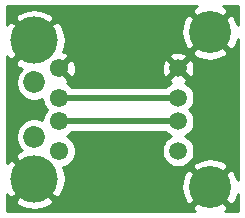
<source format=gbr>
%TF.GenerationSoftware,KiCad,Pcbnew,(5.1.6)-1*%
%TF.CreationDate,2021-09-24T15:49:20-04:00*%
%TF.ProjectId,USB-Data-Only,5553422d-4461-4746-912d-4f6e6c792e6b,rev?*%
%TF.SameCoordinates,Original*%
%TF.FileFunction,Copper,L1,Top*%
%TF.FilePolarity,Positive*%
%FSLAX46Y46*%
G04 Gerber Fmt 4.6, Leading zero omitted, Abs format (unit mm)*
G04 Created by KiCad (PCBNEW (5.1.6)-1) date 2021-09-24 15:49:20*
%MOMM*%
%LPD*%
G01*
G04 APERTURE LIST*
%TA.AperFunction,ComponentPad*%
%ADD10C,1.550000*%
%TD*%
%TA.AperFunction,ComponentPad*%
%ADD11C,1.850000*%
%TD*%
%TA.AperFunction,ComponentPad*%
%ADD12C,4.000000*%
%TD*%
%TA.AperFunction,ComponentPad*%
%ADD13C,1.500000*%
%TD*%
%TA.AperFunction,ComponentPad*%
%ADD14C,3.570000*%
%TD*%
%TA.AperFunction,Conductor*%
%ADD15C,0.500000*%
%TD*%
%TA.AperFunction,Conductor*%
%ADD16C,0.254000*%
%TD*%
G04 APERTURE END LIST*
D10*
%TO.P,J1,1*%
%TO.N,Net-(J1-Pad1)*%
X148424000Y-76779000D03*
%TO.P,J1,2*%
%TO.N,D-*%
X148424000Y-74279000D03*
%TO.P,J1,3*%
%TO.N,D+*%
X148424000Y-72279000D03*
%TO.P,J1,4*%
%TO.N,GND*%
X148424000Y-69779000D03*
D11*
%TO.P,J1,5*%
%TO.N,N/C*%
X146324000Y-70979000D03*
%TO.P,J1,6*%
X146324000Y-75579000D03*
D12*
%TO.P,J1,7*%
%TO.N,GND*%
X146324000Y-79129000D03*
%TO.P,J1,8*%
X146324000Y-67429000D03*
%TD*%
D13*
%TO.P,J2,1*%
%TO.N,Net-(J2-Pad1)*%
X158495001Y-76768001D03*
%TO.P,J2,2*%
%TO.N,D-*%
X158495001Y-74268001D03*
%TO.P,J2,3*%
%TO.N,D+*%
X158495001Y-72268001D03*
%TO.P,J2,4*%
%TO.N,GND*%
X158495001Y-69768001D03*
D14*
%TO.P,J2,MH1*%
X161205001Y-79838001D03*
%TO.P,J2,MH2*%
X161205001Y-66698001D03*
%TD*%
D15*
%TO.N,D-*%
X158484002Y-74279000D02*
X158495001Y-74268001D01*
X148424000Y-74279000D02*
X158484002Y-74279000D01*
%TO.N,D+*%
X158484002Y-72279000D02*
X158495001Y-72268001D01*
X148424000Y-72279000D02*
X158484002Y-72279000D01*
%TD*%
D16*
%TO.N,GND*%
G36*
X159880374Y-64658744D02*
G01*
X159690090Y-65003485D01*
X161205001Y-66518396D01*
X162719912Y-65003485D01*
X162529628Y-64658744D01*
X162302295Y-64541000D01*
X163551001Y-64541000D01*
X163551001Y-66089953D01*
X163439338Y-65738345D01*
X163244258Y-65373374D01*
X162899517Y-65183090D01*
X161384606Y-66698001D01*
X162899517Y-68212912D01*
X163244258Y-68022628D01*
X163463496Y-67599336D01*
X163551001Y-67296787D01*
X163551000Y-79229951D01*
X163439338Y-78878345D01*
X163244258Y-78513374D01*
X162899517Y-78323090D01*
X161384606Y-79838001D01*
X162899517Y-81352912D01*
X163244258Y-81162628D01*
X163463496Y-80739336D01*
X163551000Y-80436790D01*
X163551000Y-81890000D01*
X162505789Y-81890000D01*
X162529628Y-81877258D01*
X162719912Y-81532517D01*
X161205001Y-80017606D01*
X159690090Y-81532517D01*
X159880374Y-81877258D01*
X159904976Y-81890000D01*
X144043000Y-81890000D01*
X144043000Y-80976499D01*
X144656106Y-80976499D01*
X144872228Y-81343258D01*
X145332105Y-81583938D01*
X145830098Y-81730275D01*
X146347071Y-81776648D01*
X146863159Y-81721273D01*
X147358526Y-81566279D01*
X147775772Y-81343258D01*
X147991894Y-80976499D01*
X146324000Y-79308605D01*
X144656106Y-80976499D01*
X144043000Y-80976499D01*
X144043000Y-80455906D01*
X144109742Y-80580772D01*
X144476501Y-80796894D01*
X146144395Y-79129000D01*
X144476501Y-77461106D01*
X144109742Y-77677228D01*
X144043000Y-77804755D01*
X144043000Y-69276499D01*
X144656106Y-69276499D01*
X144872228Y-69643258D01*
X145253846Y-69842981D01*
X145112269Y-69984558D01*
X144941546Y-70240063D01*
X144823950Y-70523965D01*
X144764000Y-70825353D01*
X144764000Y-71132647D01*
X144823950Y-71434035D01*
X144941546Y-71717937D01*
X145112269Y-71973442D01*
X145329558Y-72190731D01*
X145585063Y-72361454D01*
X145868965Y-72479050D01*
X146170353Y-72539000D01*
X146477647Y-72539000D01*
X146779035Y-72479050D01*
X147014000Y-72381724D01*
X147014000Y-72417873D01*
X147068186Y-72690282D01*
X147174475Y-72946885D01*
X147328782Y-73177822D01*
X147429960Y-73279000D01*
X147328782Y-73380178D01*
X147174475Y-73611115D01*
X147068186Y-73867718D01*
X147014000Y-74140127D01*
X147014000Y-74176276D01*
X146779035Y-74078950D01*
X146477647Y-74019000D01*
X146170353Y-74019000D01*
X145868965Y-74078950D01*
X145585063Y-74196546D01*
X145329558Y-74367269D01*
X145112269Y-74584558D01*
X144941546Y-74840063D01*
X144823950Y-75123965D01*
X144764000Y-75425353D01*
X144764000Y-75732647D01*
X144823950Y-76034035D01*
X144941546Y-76317937D01*
X145112269Y-76573442D01*
X145251073Y-76712246D01*
X144872228Y-76914742D01*
X144656106Y-77281501D01*
X146324000Y-78949395D01*
X146338143Y-78935253D01*
X146517748Y-79114858D01*
X146503605Y-79129000D01*
X148171499Y-80796894D01*
X148538258Y-80580772D01*
X148778938Y-80120895D01*
X148852792Y-79869565D01*
X158773498Y-79869565D01*
X158826377Y-80343321D01*
X158970664Y-80797657D01*
X159165744Y-81162628D01*
X159510485Y-81352912D01*
X161025396Y-79838001D01*
X159510485Y-78323090D01*
X159165744Y-78513374D01*
X158946506Y-78936666D01*
X158814061Y-79394596D01*
X158773498Y-79869565D01*
X148852792Y-79869565D01*
X148925275Y-79622902D01*
X148971648Y-79105929D01*
X148916273Y-78589841D01*
X148777497Y-78146308D01*
X148835282Y-78134814D01*
X149091885Y-78028525D01*
X149322822Y-77874218D01*
X149519218Y-77677822D01*
X149673525Y-77446885D01*
X149779814Y-77190282D01*
X149834000Y-76917873D01*
X149834000Y-76640127D01*
X149779814Y-76367718D01*
X149673525Y-76111115D01*
X149519218Y-75880178D01*
X149322822Y-75683782D01*
X149091885Y-75529475D01*
X149090738Y-75529000D01*
X149091885Y-75528525D01*
X149322822Y-75374218D01*
X149519218Y-75177822D01*
X149528454Y-75164000D01*
X157432315Y-75164000D01*
X157612115Y-75343800D01*
X157838958Y-75495372D01*
X157893589Y-75518001D01*
X157838958Y-75540630D01*
X157612115Y-75692202D01*
X157419202Y-75885115D01*
X157267630Y-76111958D01*
X157163226Y-76364012D01*
X157110001Y-76631590D01*
X157110001Y-76904412D01*
X157163226Y-77171990D01*
X157267630Y-77424044D01*
X157419202Y-77650887D01*
X157612115Y-77843800D01*
X157838958Y-77995372D01*
X158091012Y-78099776D01*
X158358590Y-78153001D01*
X158631412Y-78153001D01*
X158679251Y-78143485D01*
X159690090Y-78143485D01*
X161205001Y-79658396D01*
X162719912Y-78143485D01*
X162529628Y-77798744D01*
X162106336Y-77579506D01*
X161648406Y-77447061D01*
X161173437Y-77406498D01*
X160699681Y-77459377D01*
X160245345Y-77603664D01*
X159880374Y-77798744D01*
X159690090Y-78143485D01*
X158679251Y-78143485D01*
X158898990Y-78099776D01*
X159151044Y-77995372D01*
X159377887Y-77843800D01*
X159570800Y-77650887D01*
X159722372Y-77424044D01*
X159826776Y-77171990D01*
X159880001Y-76904412D01*
X159880001Y-76631590D01*
X159826776Y-76364012D01*
X159722372Y-76111958D01*
X159570800Y-75885115D01*
X159377887Y-75692202D01*
X159151044Y-75540630D01*
X159096413Y-75518001D01*
X159151044Y-75495372D01*
X159377887Y-75343800D01*
X159570800Y-75150887D01*
X159722372Y-74924044D01*
X159826776Y-74671990D01*
X159880001Y-74404412D01*
X159880001Y-74131590D01*
X159826776Y-73864012D01*
X159722372Y-73611958D01*
X159570800Y-73385115D01*
X159453686Y-73268001D01*
X159570800Y-73150887D01*
X159722372Y-72924044D01*
X159826776Y-72671990D01*
X159880001Y-72404412D01*
X159880001Y-72131590D01*
X159826776Y-71864012D01*
X159722372Y-71611958D01*
X159570800Y-71385115D01*
X159377887Y-71192202D01*
X159151044Y-71040630D01*
X159101575Y-71020140D01*
X159206864Y-70963861D01*
X159272389Y-70724994D01*
X158495001Y-69947606D01*
X157717613Y-70724994D01*
X157783138Y-70963861D01*
X157896202Y-71016919D01*
X157838958Y-71040630D01*
X157612115Y-71192202D01*
X157419202Y-71385115D01*
X157413265Y-71394000D01*
X149528454Y-71394000D01*
X149519218Y-71380178D01*
X149322822Y-71183782D01*
X149091885Y-71029475D01*
X149088960Y-71028263D01*
X149150690Y-70995268D01*
X149219244Y-70753849D01*
X148424000Y-69958605D01*
X148409858Y-69972748D01*
X148230253Y-69793143D01*
X148244395Y-69779000D01*
X148603605Y-69779000D01*
X149398849Y-70574244D01*
X149640268Y-70505690D01*
X149758668Y-70254444D01*
X149825778Y-69984929D01*
X149832671Y-69840493D01*
X157105189Y-69840493D01*
X157146036Y-70110239D01*
X157238724Y-70366833D01*
X157299141Y-70479864D01*
X157538008Y-70545389D01*
X158315396Y-69768001D01*
X158674606Y-69768001D01*
X159451994Y-70545389D01*
X159690861Y-70479864D01*
X159806761Y-70232885D01*
X159872251Y-69968041D01*
X159884813Y-69695509D01*
X159843966Y-69425763D01*
X159751278Y-69169169D01*
X159690861Y-69056138D01*
X159451994Y-68990613D01*
X158674606Y-69768001D01*
X158315396Y-69768001D01*
X157538008Y-68990613D01*
X157299141Y-69056138D01*
X157183241Y-69303117D01*
X157117751Y-69567961D01*
X157105189Y-69840493D01*
X149832671Y-69840493D01*
X149839018Y-69707498D01*
X149797879Y-69432816D01*
X149703943Y-69171438D01*
X149640268Y-69052310D01*
X149398849Y-68983756D01*
X148603605Y-69779000D01*
X148244395Y-69779000D01*
X148230253Y-69764858D01*
X148409858Y-69585253D01*
X148424000Y-69599395D01*
X149212387Y-68811008D01*
X157717613Y-68811008D01*
X158495001Y-69588396D01*
X159272389Y-68811008D01*
X159206864Y-68572141D01*
X158959885Y-68456241D01*
X158702183Y-68392517D01*
X159690090Y-68392517D01*
X159880374Y-68737258D01*
X160303666Y-68956496D01*
X160761596Y-69088941D01*
X161236565Y-69129504D01*
X161710321Y-69076625D01*
X162164657Y-68932338D01*
X162529628Y-68737258D01*
X162719912Y-68392517D01*
X161205001Y-66877606D01*
X159690090Y-68392517D01*
X158702183Y-68392517D01*
X158695041Y-68390751D01*
X158422509Y-68378189D01*
X158152763Y-68419036D01*
X157896169Y-68511724D01*
X157783138Y-68572141D01*
X157717613Y-68811008D01*
X149212387Y-68811008D01*
X149219244Y-68804151D01*
X149150690Y-68562732D01*
X148899444Y-68444332D01*
X148780737Y-68414774D01*
X148925275Y-67922902D01*
X148971648Y-67405929D01*
X148916273Y-66889841D01*
X148866125Y-66729565D01*
X158773498Y-66729565D01*
X158826377Y-67203321D01*
X158970664Y-67657657D01*
X159165744Y-68022628D01*
X159510485Y-68212912D01*
X161025396Y-66698001D01*
X159510485Y-65183090D01*
X159165744Y-65373374D01*
X158946506Y-65796666D01*
X158814061Y-66254596D01*
X158773498Y-66729565D01*
X148866125Y-66729565D01*
X148761279Y-66394474D01*
X148538258Y-65977228D01*
X148171499Y-65761106D01*
X146503605Y-67429000D01*
X146517748Y-67443143D01*
X146338143Y-67622748D01*
X146324000Y-67608605D01*
X144656106Y-69276499D01*
X144043000Y-69276499D01*
X144043000Y-68755906D01*
X144109742Y-68880772D01*
X144476501Y-69096894D01*
X146144395Y-67429000D01*
X144476501Y-65761106D01*
X144109742Y-65977228D01*
X144043000Y-66104755D01*
X144043000Y-65581501D01*
X144656106Y-65581501D01*
X146324000Y-67249395D01*
X147991894Y-65581501D01*
X147775772Y-65214742D01*
X147315895Y-64974062D01*
X146817902Y-64827725D01*
X146300929Y-64781352D01*
X145784841Y-64836727D01*
X145289474Y-64991721D01*
X144872228Y-65214742D01*
X144656106Y-65581501D01*
X144043000Y-65581501D01*
X144043000Y-64541000D01*
X160100659Y-64541000D01*
X159880374Y-64658744D01*
G37*
X159880374Y-64658744D02*
X159690090Y-65003485D01*
X161205001Y-66518396D01*
X162719912Y-65003485D01*
X162529628Y-64658744D01*
X162302295Y-64541000D01*
X163551001Y-64541000D01*
X163551001Y-66089953D01*
X163439338Y-65738345D01*
X163244258Y-65373374D01*
X162899517Y-65183090D01*
X161384606Y-66698001D01*
X162899517Y-68212912D01*
X163244258Y-68022628D01*
X163463496Y-67599336D01*
X163551001Y-67296787D01*
X163551000Y-79229951D01*
X163439338Y-78878345D01*
X163244258Y-78513374D01*
X162899517Y-78323090D01*
X161384606Y-79838001D01*
X162899517Y-81352912D01*
X163244258Y-81162628D01*
X163463496Y-80739336D01*
X163551000Y-80436790D01*
X163551000Y-81890000D01*
X162505789Y-81890000D01*
X162529628Y-81877258D01*
X162719912Y-81532517D01*
X161205001Y-80017606D01*
X159690090Y-81532517D01*
X159880374Y-81877258D01*
X159904976Y-81890000D01*
X144043000Y-81890000D01*
X144043000Y-80976499D01*
X144656106Y-80976499D01*
X144872228Y-81343258D01*
X145332105Y-81583938D01*
X145830098Y-81730275D01*
X146347071Y-81776648D01*
X146863159Y-81721273D01*
X147358526Y-81566279D01*
X147775772Y-81343258D01*
X147991894Y-80976499D01*
X146324000Y-79308605D01*
X144656106Y-80976499D01*
X144043000Y-80976499D01*
X144043000Y-80455906D01*
X144109742Y-80580772D01*
X144476501Y-80796894D01*
X146144395Y-79129000D01*
X144476501Y-77461106D01*
X144109742Y-77677228D01*
X144043000Y-77804755D01*
X144043000Y-69276499D01*
X144656106Y-69276499D01*
X144872228Y-69643258D01*
X145253846Y-69842981D01*
X145112269Y-69984558D01*
X144941546Y-70240063D01*
X144823950Y-70523965D01*
X144764000Y-70825353D01*
X144764000Y-71132647D01*
X144823950Y-71434035D01*
X144941546Y-71717937D01*
X145112269Y-71973442D01*
X145329558Y-72190731D01*
X145585063Y-72361454D01*
X145868965Y-72479050D01*
X146170353Y-72539000D01*
X146477647Y-72539000D01*
X146779035Y-72479050D01*
X147014000Y-72381724D01*
X147014000Y-72417873D01*
X147068186Y-72690282D01*
X147174475Y-72946885D01*
X147328782Y-73177822D01*
X147429960Y-73279000D01*
X147328782Y-73380178D01*
X147174475Y-73611115D01*
X147068186Y-73867718D01*
X147014000Y-74140127D01*
X147014000Y-74176276D01*
X146779035Y-74078950D01*
X146477647Y-74019000D01*
X146170353Y-74019000D01*
X145868965Y-74078950D01*
X145585063Y-74196546D01*
X145329558Y-74367269D01*
X145112269Y-74584558D01*
X144941546Y-74840063D01*
X144823950Y-75123965D01*
X144764000Y-75425353D01*
X144764000Y-75732647D01*
X144823950Y-76034035D01*
X144941546Y-76317937D01*
X145112269Y-76573442D01*
X145251073Y-76712246D01*
X144872228Y-76914742D01*
X144656106Y-77281501D01*
X146324000Y-78949395D01*
X146338143Y-78935253D01*
X146517748Y-79114858D01*
X146503605Y-79129000D01*
X148171499Y-80796894D01*
X148538258Y-80580772D01*
X148778938Y-80120895D01*
X148852792Y-79869565D01*
X158773498Y-79869565D01*
X158826377Y-80343321D01*
X158970664Y-80797657D01*
X159165744Y-81162628D01*
X159510485Y-81352912D01*
X161025396Y-79838001D01*
X159510485Y-78323090D01*
X159165744Y-78513374D01*
X158946506Y-78936666D01*
X158814061Y-79394596D01*
X158773498Y-79869565D01*
X148852792Y-79869565D01*
X148925275Y-79622902D01*
X148971648Y-79105929D01*
X148916273Y-78589841D01*
X148777497Y-78146308D01*
X148835282Y-78134814D01*
X149091885Y-78028525D01*
X149322822Y-77874218D01*
X149519218Y-77677822D01*
X149673525Y-77446885D01*
X149779814Y-77190282D01*
X149834000Y-76917873D01*
X149834000Y-76640127D01*
X149779814Y-76367718D01*
X149673525Y-76111115D01*
X149519218Y-75880178D01*
X149322822Y-75683782D01*
X149091885Y-75529475D01*
X149090738Y-75529000D01*
X149091885Y-75528525D01*
X149322822Y-75374218D01*
X149519218Y-75177822D01*
X149528454Y-75164000D01*
X157432315Y-75164000D01*
X157612115Y-75343800D01*
X157838958Y-75495372D01*
X157893589Y-75518001D01*
X157838958Y-75540630D01*
X157612115Y-75692202D01*
X157419202Y-75885115D01*
X157267630Y-76111958D01*
X157163226Y-76364012D01*
X157110001Y-76631590D01*
X157110001Y-76904412D01*
X157163226Y-77171990D01*
X157267630Y-77424044D01*
X157419202Y-77650887D01*
X157612115Y-77843800D01*
X157838958Y-77995372D01*
X158091012Y-78099776D01*
X158358590Y-78153001D01*
X158631412Y-78153001D01*
X158679251Y-78143485D01*
X159690090Y-78143485D01*
X161205001Y-79658396D01*
X162719912Y-78143485D01*
X162529628Y-77798744D01*
X162106336Y-77579506D01*
X161648406Y-77447061D01*
X161173437Y-77406498D01*
X160699681Y-77459377D01*
X160245345Y-77603664D01*
X159880374Y-77798744D01*
X159690090Y-78143485D01*
X158679251Y-78143485D01*
X158898990Y-78099776D01*
X159151044Y-77995372D01*
X159377887Y-77843800D01*
X159570800Y-77650887D01*
X159722372Y-77424044D01*
X159826776Y-77171990D01*
X159880001Y-76904412D01*
X159880001Y-76631590D01*
X159826776Y-76364012D01*
X159722372Y-76111958D01*
X159570800Y-75885115D01*
X159377887Y-75692202D01*
X159151044Y-75540630D01*
X159096413Y-75518001D01*
X159151044Y-75495372D01*
X159377887Y-75343800D01*
X159570800Y-75150887D01*
X159722372Y-74924044D01*
X159826776Y-74671990D01*
X159880001Y-74404412D01*
X159880001Y-74131590D01*
X159826776Y-73864012D01*
X159722372Y-73611958D01*
X159570800Y-73385115D01*
X159453686Y-73268001D01*
X159570800Y-73150887D01*
X159722372Y-72924044D01*
X159826776Y-72671990D01*
X159880001Y-72404412D01*
X159880001Y-72131590D01*
X159826776Y-71864012D01*
X159722372Y-71611958D01*
X159570800Y-71385115D01*
X159377887Y-71192202D01*
X159151044Y-71040630D01*
X159101575Y-71020140D01*
X159206864Y-70963861D01*
X159272389Y-70724994D01*
X158495001Y-69947606D01*
X157717613Y-70724994D01*
X157783138Y-70963861D01*
X157896202Y-71016919D01*
X157838958Y-71040630D01*
X157612115Y-71192202D01*
X157419202Y-71385115D01*
X157413265Y-71394000D01*
X149528454Y-71394000D01*
X149519218Y-71380178D01*
X149322822Y-71183782D01*
X149091885Y-71029475D01*
X149088960Y-71028263D01*
X149150690Y-70995268D01*
X149219244Y-70753849D01*
X148424000Y-69958605D01*
X148409858Y-69972748D01*
X148230253Y-69793143D01*
X148244395Y-69779000D01*
X148603605Y-69779000D01*
X149398849Y-70574244D01*
X149640268Y-70505690D01*
X149758668Y-70254444D01*
X149825778Y-69984929D01*
X149832671Y-69840493D01*
X157105189Y-69840493D01*
X157146036Y-70110239D01*
X157238724Y-70366833D01*
X157299141Y-70479864D01*
X157538008Y-70545389D01*
X158315396Y-69768001D01*
X158674606Y-69768001D01*
X159451994Y-70545389D01*
X159690861Y-70479864D01*
X159806761Y-70232885D01*
X159872251Y-69968041D01*
X159884813Y-69695509D01*
X159843966Y-69425763D01*
X159751278Y-69169169D01*
X159690861Y-69056138D01*
X159451994Y-68990613D01*
X158674606Y-69768001D01*
X158315396Y-69768001D01*
X157538008Y-68990613D01*
X157299141Y-69056138D01*
X157183241Y-69303117D01*
X157117751Y-69567961D01*
X157105189Y-69840493D01*
X149832671Y-69840493D01*
X149839018Y-69707498D01*
X149797879Y-69432816D01*
X149703943Y-69171438D01*
X149640268Y-69052310D01*
X149398849Y-68983756D01*
X148603605Y-69779000D01*
X148244395Y-69779000D01*
X148230253Y-69764858D01*
X148409858Y-69585253D01*
X148424000Y-69599395D01*
X149212387Y-68811008D01*
X157717613Y-68811008D01*
X158495001Y-69588396D01*
X159272389Y-68811008D01*
X159206864Y-68572141D01*
X158959885Y-68456241D01*
X158702183Y-68392517D01*
X159690090Y-68392517D01*
X159880374Y-68737258D01*
X160303666Y-68956496D01*
X160761596Y-69088941D01*
X161236565Y-69129504D01*
X161710321Y-69076625D01*
X162164657Y-68932338D01*
X162529628Y-68737258D01*
X162719912Y-68392517D01*
X161205001Y-66877606D01*
X159690090Y-68392517D01*
X158702183Y-68392517D01*
X158695041Y-68390751D01*
X158422509Y-68378189D01*
X158152763Y-68419036D01*
X157896169Y-68511724D01*
X157783138Y-68572141D01*
X157717613Y-68811008D01*
X149212387Y-68811008D01*
X149219244Y-68804151D01*
X149150690Y-68562732D01*
X148899444Y-68444332D01*
X148780737Y-68414774D01*
X148925275Y-67922902D01*
X148971648Y-67405929D01*
X148916273Y-66889841D01*
X148866125Y-66729565D01*
X158773498Y-66729565D01*
X158826377Y-67203321D01*
X158970664Y-67657657D01*
X159165744Y-68022628D01*
X159510485Y-68212912D01*
X161025396Y-66698001D01*
X159510485Y-65183090D01*
X159165744Y-65373374D01*
X158946506Y-65796666D01*
X158814061Y-66254596D01*
X158773498Y-66729565D01*
X148866125Y-66729565D01*
X148761279Y-66394474D01*
X148538258Y-65977228D01*
X148171499Y-65761106D01*
X146503605Y-67429000D01*
X146517748Y-67443143D01*
X146338143Y-67622748D01*
X146324000Y-67608605D01*
X144656106Y-69276499D01*
X144043000Y-69276499D01*
X144043000Y-68755906D01*
X144109742Y-68880772D01*
X144476501Y-69096894D01*
X146144395Y-67429000D01*
X144476501Y-65761106D01*
X144109742Y-65977228D01*
X144043000Y-66104755D01*
X144043000Y-65581501D01*
X144656106Y-65581501D01*
X146324000Y-67249395D01*
X147991894Y-65581501D01*
X147775772Y-65214742D01*
X147315895Y-64974062D01*
X146817902Y-64827725D01*
X146300929Y-64781352D01*
X145784841Y-64836727D01*
X145289474Y-64991721D01*
X144872228Y-65214742D01*
X144656106Y-65581501D01*
X144043000Y-65581501D01*
X144043000Y-64541000D01*
X160100659Y-64541000D01*
X159880374Y-64658744D01*
%TD*%
M02*

</source>
